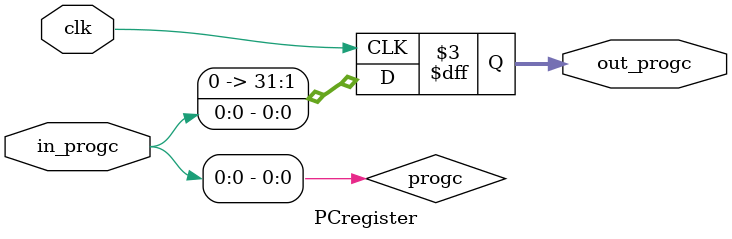
<source format=v>
`timescale 1ns / 1ps
module PCregister(clk,in_progc, out_progc);
input clk;
input [31:0] in_progc;
output reg [31:0] out_progc;
reg progc;

always @(*) begin progc<=in_progc; end

always @(posedge clk) begin out_progc<= progc; end

endmodule

</source>
